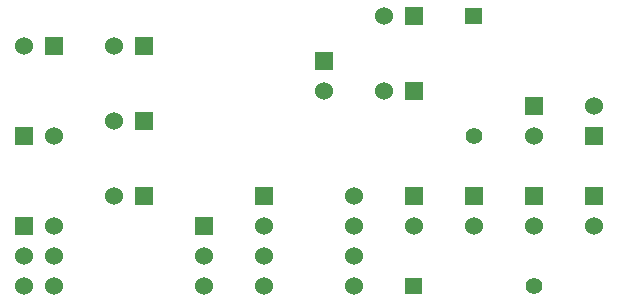
<source format=gbr>
G04 start of page 3 for group 1 idx 1 *
G04 Title: IR grenade, solder *
G04 Creator: pcb 20110918 *
G04 CreationDate: Fri 01 Mar 2013 06:14:08 PM GMT UTC *
G04 For: kevredon *
G04 Format: Gerber/RS-274X *
G04 PCB-Dimensions: 600000 500000 *
G04 PCB-Coordinate-Origin: lower left *
%MOIN*%
%FSLAX25Y25*%
%LNBOTTOM*%
%ADD28C,0.0280*%
%ADD27C,0.0300*%
%ADD26C,0.0380*%
%ADD25C,0.0550*%
%ADD24C,0.0600*%
%ADD23C,0.0001*%
G54D23*G36*
X27000Y353000D02*Y347000D01*
X33000D01*
Y353000D01*
X27000D01*
G37*
G36*
Y383000D02*Y377000D01*
X33000D01*
Y383000D01*
X27000D01*
G37*
G54D24*X40000Y350000D03*
Y340000D03*
Y330000D03*
X30000Y340000D03*
Y330000D03*
X40000Y380000D03*
G54D23*G36*
X37000Y413000D02*Y407000D01*
X43000D01*
Y413000D01*
X37000D01*
G37*
G54D24*X30000Y410000D03*
G54D23*G36*
X177250Y422750D02*Y417250D01*
X182750D01*
Y422750D01*
X177250D01*
G37*
G36*
X157000Y423000D02*Y417000D01*
X163000D01*
Y423000D01*
X157000D01*
G37*
G54D24*X150000Y420000D03*
G54D25*X180000Y380000D03*
G54D23*G36*
X157000Y398000D02*Y392000D01*
X163000D01*
Y398000D01*
X157000D01*
G37*
G54D24*X150000Y395000D03*
G54D23*G36*
X127000Y408000D02*Y402000D01*
X133000D01*
Y408000D01*
X127000D01*
G37*
G54D24*X130000Y395000D03*
G54D23*G36*
X87000Y353000D02*Y347000D01*
X93000D01*
Y353000D01*
X87000D01*
G37*
G36*
X67000Y363000D02*Y357000D01*
X73000D01*
Y363000D01*
X67000D01*
G37*
G54D24*X90000Y340000D03*
Y330000D03*
G54D23*G36*
X107000Y363000D02*Y357000D01*
X113000D01*
Y363000D01*
X107000D01*
G37*
G54D24*X110000Y350000D03*
Y340000D03*
Y330000D03*
X60000Y360000D03*
G54D23*G36*
X67000Y388000D02*Y382000D01*
X73000D01*
Y388000D01*
X67000D01*
G37*
G54D24*X60000Y385000D03*
G54D23*G36*
X67000Y413000D02*Y407000D01*
X73000D01*
Y413000D01*
X67000D01*
G37*
G54D24*X60000Y410000D03*
G54D23*G36*
X217000Y363000D02*Y357000D01*
X223000D01*
Y363000D01*
X217000D01*
G37*
G54D24*X220000Y350000D03*
G54D23*G36*
X217000Y383000D02*Y377000D01*
X223000D01*
Y383000D01*
X217000D01*
G37*
G54D24*X220000Y390000D03*
G54D25*X200000Y330000D03*
G54D23*G36*
X197000Y393000D02*Y387000D01*
X203000D01*
Y393000D01*
X197000D01*
G37*
G54D24*X200000Y380000D03*
G54D23*G36*
X197000Y363000D02*Y357000D01*
X203000D01*
Y363000D01*
X197000D01*
G37*
G54D24*X200000Y350000D03*
G54D23*G36*
X177000Y363000D02*Y357000D01*
X183000D01*
Y363000D01*
X177000D01*
G37*
G54D24*X180000Y350000D03*
G54D23*G36*
X157000Y363000D02*Y357000D01*
X163000D01*
Y363000D01*
X157000D01*
G37*
G54D24*X160000Y350000D03*
G54D23*G36*
X157250Y332750D02*Y327250D01*
X162750D01*
Y332750D01*
X157250D01*
G37*
G54D24*X140000Y330000D03*
Y340000D03*
Y350000D03*
Y360000D03*
G54D26*G54D27*G54D26*G54D27*G54D26*G54D28*G54D27*G54D26*G54D27*G54D26*G54D27*G54D28*M02*

</source>
